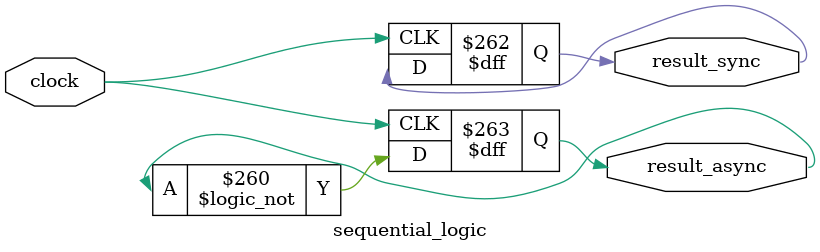
<source format=sv>

module self_triggering(inout reg clock);
	always @(posedge clock) begin
		clock <= ~clock; // blocking assignment should inhibit this behaviour
	end
endmodule

module sequential_logic(input wire clock, output reg result_sync, result_async);
	initial begin
		result_sync = 0;
		result_async = 0;
	end

	always @(posedge clock) begin
		for (int i = 0; i < 128; i++) begin
			result_sync = !result_sync;
			result_async <= !result_async;
		end
	end
endmodule
</source>
